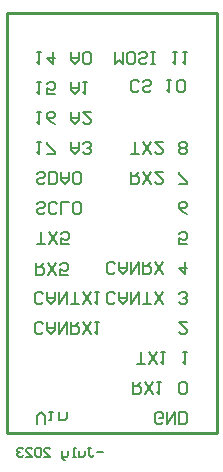
<source format=gbr>
%TF.GenerationSoftware,Altium Limited,Altium Designer,23.6.0 (18)*%
G04 Layer_Color=32896*
%FSLAX26Y26*%
%MOIN*%
%TF.SameCoordinates,9B35E0B2-5C19-4761-B797-B6A5D59CF105*%
%TF.FilePolarity,Positive*%
%TF.FileFunction,Legend,Bot*%
%TF.Part,Single*%
G01*
G75*
%TA.AperFunction,NonConductor*%
%ADD41C,0.005000*%
%ADD44C,0.010000*%
%ADD45C,0.007000*%
D41*
X7090071Y2674013D02*
Y2700671D01*
X7103400Y2714000D01*
X7116729Y2700671D01*
Y2674013D01*
X7130058Y2714000D02*
X7143387D01*
X7136723D01*
Y2687342D01*
X7130058D01*
X7163381Y2714000D02*
Y2687342D01*
X7183374D01*
X7190039Y2694006D01*
Y2714000D01*
X7110052Y2980677D02*
X7103387Y2974013D01*
X7090058D01*
X7083394Y2980677D01*
Y3007336D01*
X7090058Y3014000D01*
X7103387D01*
X7110052Y3007336D01*
X7123381Y3014000D02*
Y2987342D01*
X7136710Y2974013D01*
X7150039Y2987342D01*
Y3014000D01*
Y2994006D01*
X7123381D01*
X7163368Y3014000D02*
Y2974013D01*
X7190026Y3014000D01*
Y2974013D01*
X7203355Y3014000D02*
Y2974013D01*
X7223348D01*
X7230013Y2980677D01*
Y2994006D01*
X7223348Y3000671D01*
X7203355D01*
X7216684D02*
X7230013Y3014000D01*
X7243342Y2974013D02*
X7270000Y3014000D01*
Y2974013D02*
X7243342Y3014000D01*
X7283329D02*
X7296658D01*
X7289994D01*
Y2974013D01*
X7283329Y2980677D01*
X7110052Y3080677D02*
X7103387Y3074013D01*
X7090058D01*
X7083394Y3080677D01*
Y3107336D01*
X7090058Y3114000D01*
X7103387D01*
X7110052Y3107336D01*
X7123381Y3114000D02*
Y3087342D01*
X7136710Y3074013D01*
X7150039Y3087342D01*
Y3114000D01*
Y3094006D01*
X7123381D01*
X7163368Y3114000D02*
Y3074013D01*
X7190026Y3114000D01*
Y3074013D01*
X7203355D02*
X7230013D01*
X7216684D01*
Y3114000D01*
X7243342Y3074013D02*
X7270000Y3114000D01*
Y3074013D02*
X7243342Y3114000D01*
X7283329D02*
X7296658D01*
X7289994D01*
Y3074013D01*
X7283329Y3080677D01*
X7088394Y3209000D02*
Y3169013D01*
X7108387D01*
X7115052Y3175677D01*
Y3189006D01*
X7108387Y3195671D01*
X7088394D01*
X7101723D02*
X7115052Y3209000D01*
X7128381Y3169013D02*
X7155039Y3209000D01*
Y3169013D02*
X7128381Y3209000D01*
X7195026Y3169013D02*
X7168368D01*
Y3189006D01*
X7181697Y3182342D01*
X7188361D01*
X7195026Y3189006D01*
Y3202336D01*
X7188361Y3209000D01*
X7175032D01*
X7168368Y3202336D01*
X7090071Y3274013D02*
X7116729D01*
X7103400D01*
Y3314000D01*
X7130058Y3274013D02*
X7156716Y3314000D01*
Y3274013D02*
X7130058Y3314000D01*
X7196703Y3274013D02*
X7170045D01*
Y3294006D01*
X7183374Y3287342D01*
X7190039D01*
X7196703Y3294006D01*
Y3307336D01*
X7190039Y3314000D01*
X7176710D01*
X7170045Y3307336D01*
X7116729Y3380677D02*
X7110065Y3374013D01*
X7096735D01*
X7090071Y3380677D01*
Y3387342D01*
X7096735Y3394006D01*
X7110065D01*
X7116729Y3400671D01*
Y3407336D01*
X7110065Y3414000D01*
X7096735D01*
X7090071Y3407336D01*
X7156716Y3380677D02*
X7150052Y3374013D01*
X7136723D01*
X7130058Y3380677D01*
Y3407336D01*
X7136723Y3414000D01*
X7150052D01*
X7156716Y3407336D01*
X7170045Y3374013D02*
Y3414000D01*
X7196703D01*
X7210032Y3380677D02*
X7216697Y3374013D01*
X7230026D01*
X7236690Y3380677D01*
Y3407336D01*
X7230026Y3414000D01*
X7216697D01*
X7210032Y3407336D01*
Y3380677D01*
X7116729Y3480677D02*
X7110065Y3474013D01*
X7096735D01*
X7090071Y3480677D01*
Y3487342D01*
X7096735Y3494006D01*
X7110065D01*
X7116729Y3500671D01*
Y3507336D01*
X7110065Y3514000D01*
X7096735D01*
X7090071Y3507336D01*
X7130058Y3474013D02*
Y3514000D01*
X7150052D01*
X7156716Y3507336D01*
Y3480677D01*
X7150052Y3474013D01*
X7130058D01*
X7170045Y3514000D02*
Y3487342D01*
X7183374Y3474013D01*
X7196703Y3487342D01*
Y3514000D01*
Y3494006D01*
X7170045D01*
X7210032Y3480677D02*
X7216697Y3474013D01*
X7230026D01*
X7236690Y3480677D01*
Y3507336D01*
X7230026Y3514000D01*
X7216697D01*
X7210032Y3507336D01*
Y3480677D01*
X7090071Y3714000D02*
X7103400D01*
X7096735D01*
Y3674013D01*
X7090071Y3680677D01*
X7150052Y3674013D02*
X7136723Y3680677D01*
X7123394Y3694006D01*
Y3707336D01*
X7130058Y3714000D01*
X7143387D01*
X7150052Y3707336D01*
Y3700671D01*
X7143387Y3694006D01*
X7123394D01*
X7203368Y3714000D02*
Y3687342D01*
X7216697Y3674013D01*
X7230026Y3687342D01*
Y3714000D01*
Y3694006D01*
X7203368D01*
X7270013Y3714000D02*
X7243355D01*
X7270013Y3687342D01*
Y3680677D01*
X7263348Y3674013D01*
X7250019D01*
X7243355Y3680677D01*
X7090071Y3814000D02*
X7103400D01*
X7096735D01*
Y3774013D01*
X7090071Y3780677D01*
X7150052Y3774013D02*
X7123394D01*
Y3794006D01*
X7136723Y3787342D01*
X7143387D01*
X7150052Y3794006D01*
Y3807336D01*
X7143387Y3814000D01*
X7130058D01*
X7123394Y3807336D01*
X7203368Y3814000D02*
Y3787342D01*
X7216697Y3774013D01*
X7230026Y3787342D01*
Y3814000D01*
Y3794006D01*
X7203368D01*
X7243355Y3814000D02*
X7256684D01*
X7250019D01*
Y3774013D01*
X7243355Y3780677D01*
X7090071Y3614000D02*
X7103400D01*
X7096735D01*
Y3574013D01*
X7090071Y3580677D01*
X7123394Y3574013D02*
X7150052D01*
Y3580677D01*
X7123394Y3607336D01*
Y3614000D01*
X7203368D02*
Y3587342D01*
X7216697Y3574013D01*
X7230026Y3587342D01*
Y3614000D01*
Y3594006D01*
X7203368D01*
X7243355Y3580677D02*
X7250019Y3574013D01*
X7263348D01*
X7270013Y3580677D01*
Y3587342D01*
X7263348Y3594006D01*
X7256684D01*
X7263348D01*
X7270013Y3600671D01*
Y3607336D01*
X7263348Y3614000D01*
X7250019D01*
X7243355Y3607336D01*
X7090071Y3914000D02*
X7103400D01*
X7096735D01*
Y3874013D01*
X7090071Y3880677D01*
X7143387Y3914000D02*
Y3874013D01*
X7123394Y3894006D01*
X7150052D01*
X7203368Y3914000D02*
Y3887342D01*
X7216697Y3874013D01*
X7230026Y3887342D01*
Y3914000D01*
Y3894006D01*
X7203368D01*
X7243355Y3880677D02*
X7250019Y3874013D01*
X7263348D01*
X7270013Y3880677D01*
Y3907336D01*
X7263348Y3914000D01*
X7250019D01*
X7243355Y3907336D01*
Y3880677D01*
X7410032Y2814000D02*
Y2774013D01*
X7430026D01*
X7436690Y2780677D01*
Y2794006D01*
X7430026Y2800671D01*
X7410032D01*
X7423361D02*
X7436690Y2814000D01*
X7450019Y2774013D02*
X7476677Y2814000D01*
Y2774013D02*
X7450019Y2814000D01*
X7490007D02*
X7503336D01*
X7496671D01*
Y2774013D01*
X7490007Y2780677D01*
X7563316D02*
X7569981Y2774013D01*
X7583310D01*
X7589974Y2780677D01*
Y2807336D01*
X7583310Y2814000D01*
X7569981D01*
X7563316Y2807336D01*
Y2780677D01*
X7350052Y3180677D02*
X7343387Y3174013D01*
X7330058D01*
X7323394Y3180677D01*
Y3207336D01*
X7330058Y3214000D01*
X7343387D01*
X7350052Y3207336D01*
X7363381Y3214000D02*
Y3187342D01*
X7376710Y3174013D01*
X7390039Y3187342D01*
Y3214000D01*
Y3194006D01*
X7363381D01*
X7403368Y3214000D02*
Y3174013D01*
X7430026Y3214000D01*
Y3174013D01*
X7443355Y3214000D02*
Y3174013D01*
X7463348D01*
X7470013Y3180677D01*
Y3194006D01*
X7463348Y3200671D01*
X7443355D01*
X7456684D02*
X7470013Y3214000D01*
X7483342Y3174013D02*
X7510000Y3214000D01*
Y3174013D02*
X7483342Y3214000D01*
X7583310D02*
Y3174013D01*
X7563316Y3194006D01*
X7589974D01*
X7423361Y2874013D02*
X7450019D01*
X7436690D01*
Y2914000D01*
X7463348Y2874013D02*
X7490006Y2914000D01*
Y2874013D02*
X7463348Y2914000D01*
X7503336D02*
X7516664D01*
X7510000D01*
Y2874013D01*
X7503336Y2880677D01*
X7576645Y2914000D02*
X7589974D01*
X7583310D01*
Y2874013D01*
X7576645Y2880677D01*
X7350052Y3080677D02*
X7343387Y3074013D01*
X7330058D01*
X7323394Y3080677D01*
Y3107336D01*
X7330058Y3114000D01*
X7343387D01*
X7350052Y3107336D01*
X7363381Y3114000D02*
Y3087342D01*
X7376710Y3074013D01*
X7390039Y3087342D01*
Y3114000D01*
Y3094006D01*
X7363381D01*
X7403368Y3114000D02*
Y3074013D01*
X7430026Y3114000D01*
Y3074013D01*
X7443355D02*
X7470013D01*
X7456684D01*
Y3114000D01*
X7483342Y3074013D02*
X7510000Y3114000D01*
Y3074013D02*
X7483342Y3114000D01*
X7563316Y3080677D02*
X7569981Y3074013D01*
X7583310D01*
X7589974Y3080677D01*
Y3087342D01*
X7583310Y3094006D01*
X7576645D01*
X7583310D01*
X7589974Y3100671D01*
Y3107336D01*
X7583310Y3114000D01*
X7569981D01*
X7563316Y3107336D01*
X7589974Y3014000D02*
X7563316D01*
X7589974Y2987342D01*
Y2980677D01*
X7583310Y2974013D01*
X7569981D01*
X7563316Y2980677D01*
X7510000Y2680677D02*
X7503336Y2674013D01*
X7490007D01*
X7483342Y2680677D01*
Y2707336D01*
X7490007Y2714000D01*
X7503336D01*
X7510000Y2707336D01*
Y2694006D01*
X7496671D01*
X7523329Y2714000D02*
Y2674013D01*
X7549987Y2714000D01*
Y2674013D01*
X7563316D02*
Y2714000D01*
X7583310D01*
X7589974Y2707336D01*
Y2680677D01*
X7583310Y2674013D01*
X7563316D01*
X7431658Y3785677D02*
X7424993Y3779013D01*
X7411664D01*
X7405000Y3785677D01*
Y3812336D01*
X7411664Y3819000D01*
X7424993D01*
X7431658Y3812336D01*
X7471645Y3785677D02*
X7464981Y3779013D01*
X7451652D01*
X7444987Y3785677D01*
Y3792342D01*
X7451652Y3799006D01*
X7464981D01*
X7471645Y3805671D01*
Y3812336D01*
X7464981Y3819000D01*
X7451652D01*
X7444987Y3812336D01*
X7524961Y3819000D02*
X7538290D01*
X7531626D01*
Y3779013D01*
X7524961Y3785677D01*
X7558284D02*
X7564948Y3779013D01*
X7578277D01*
X7584942Y3785677D01*
Y3812336D01*
X7578277Y3819000D01*
X7564948D01*
X7558284Y3812336D01*
Y3785677D01*
X7350000Y3914000D02*
Y3874013D01*
X7363329Y3887342D01*
X7376658Y3874013D01*
Y3914000D01*
X7409981Y3874013D02*
X7396652D01*
X7389987Y3880677D01*
Y3907336D01*
X7396652Y3914000D01*
X7409981D01*
X7416645Y3907336D01*
Y3880677D01*
X7409981Y3874013D01*
X7456632Y3880677D02*
X7449968Y3874013D01*
X7436639D01*
X7429974Y3880677D01*
Y3887342D01*
X7436639Y3894006D01*
X7449968D01*
X7456632Y3900671D01*
Y3907336D01*
X7449968Y3914000D01*
X7436639D01*
X7429974Y3907336D01*
X7469961Y3874013D02*
X7483290D01*
X7476626D01*
Y3914000D01*
X7469961D01*
X7483290D01*
X7543271D02*
X7556600D01*
X7549935D01*
Y3874013D01*
X7543271Y3880677D01*
X7576594Y3914000D02*
X7589923D01*
X7583258D01*
Y3874013D01*
X7576594Y3880677D01*
X7589974Y3374013D02*
X7576645Y3380677D01*
X7563316Y3394006D01*
Y3407336D01*
X7569981Y3414000D01*
X7583310D01*
X7589974Y3407336D01*
Y3400671D01*
X7583310Y3394006D01*
X7563316D01*
X7403368Y3514000D02*
Y3474013D01*
X7423361D01*
X7430026Y3480677D01*
Y3494006D01*
X7423361Y3500671D01*
X7403368D01*
X7416697D02*
X7430026Y3514000D01*
X7443355Y3474013D02*
X7470013Y3514000D01*
Y3474013D02*
X7443355Y3514000D01*
X7510000D02*
X7483342D01*
X7510000Y3487342D01*
Y3480677D01*
X7503336Y3474013D01*
X7490007D01*
X7483342Y3480677D01*
X7563316Y3474013D02*
X7589974D01*
Y3480677D01*
X7563316Y3507336D01*
Y3514000D01*
X7589974Y3274013D02*
X7563316D01*
Y3294006D01*
X7576645Y3287342D01*
X7583310D01*
X7589974Y3294006D01*
Y3307336D01*
X7583310Y3314000D01*
X7569981D01*
X7563316Y3307336D01*
X7403368Y3574013D02*
X7430026D01*
X7416697D01*
Y3614000D01*
X7443355Y3574013D02*
X7470013Y3614000D01*
Y3574013D02*
X7443355Y3614000D01*
X7510000D02*
X7483342D01*
X7510000Y3587342D01*
Y3580677D01*
X7503336Y3574013D01*
X7490007D01*
X7483342Y3580677D01*
X7563316D02*
X7569981Y3574013D01*
X7583310D01*
X7589974Y3580677D01*
Y3587342D01*
X7583310Y3594006D01*
X7589974Y3600671D01*
Y3607336D01*
X7583310Y3614000D01*
X7569981D01*
X7563316Y3607336D01*
Y3600671D01*
X7569981Y3594006D01*
X7563316Y3587342D01*
Y3580677D01*
X7569981Y3594006D02*
X7583310D01*
D44*
X6990000Y2644000D02*
Y4044000D01*
Y2644000D02*
Y4044000D01*
Y2644000D02*
X7690000D01*
X6990000D02*
X7690000D01*
X6990000Y4044000D02*
X7690000D01*
X6990000D02*
X7690000D01*
Y2644000D02*
Y4044000D01*
Y2644000D02*
Y4044000D01*
D45*
X7310000Y2578992D02*
X7290007D01*
X7260016Y2593987D02*
X7270013D01*
X7265015D01*
Y2568995D01*
X7270013Y2563997D01*
X7275011D01*
X7280010Y2568995D01*
X7250019Y2583990D02*
Y2568995D01*
X7245021Y2563997D01*
X7230026D01*
Y2583990D01*
X7220029Y2563997D02*
X7210032D01*
X7215031D01*
Y2593987D01*
X7220029D01*
X7195037Y2583990D02*
Y2568995D01*
X7190039Y2563997D01*
X7175044D01*
Y2558998D01*
X7180042Y2554000D01*
X7185040D01*
X7175044Y2563997D02*
Y2583990D01*
X7115063Y2563997D02*
X7135057D01*
X7115063Y2583990D01*
Y2588989D01*
X7120061Y2593987D01*
X7130058D01*
X7135057Y2588989D01*
X7105066D02*
X7100068Y2593987D01*
X7090071D01*
X7085073Y2588989D01*
Y2568995D01*
X7090071Y2563997D01*
X7100068D01*
X7105066Y2568995D01*
Y2588989D01*
X7055083Y2563997D02*
X7075076D01*
X7055083Y2583990D01*
Y2588989D01*
X7060081Y2593987D01*
X7070078D01*
X7075076Y2588989D01*
X7045086D02*
X7040087Y2593987D01*
X7030091D01*
X7025092Y2588989D01*
Y2583990D01*
X7030091Y2578992D01*
X7035089D01*
X7030091D01*
X7025092Y2573994D01*
Y2568995D01*
X7030091Y2563997D01*
X7040087D01*
X7045086Y2568995D01*
%TF.MD5,4d7860c252f137ece8663ded5381e5f0*%
M02*

</source>
